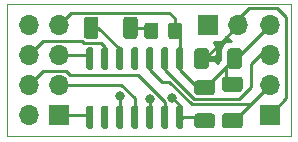
<source format=gbr>
G04 #@! TF.GenerationSoftware,KiCad,Pcbnew,(5.1.9)-1*
G04 #@! TF.CreationDate,2021-04-09T17:17:30+02:00*
G04 #@! TF.ProjectId,Token,546f6b65-6e2e-46b6-9963-61645f706362,rev?*
G04 #@! TF.SameCoordinates,Original*
G04 #@! TF.FileFunction,Copper,L1,Top*
G04 #@! TF.FilePolarity,Positive*
%FSLAX46Y46*%
G04 Gerber Fmt 4.6, Leading zero omitted, Abs format (unit mm)*
G04 Created by KiCad (PCBNEW (5.1.9)-1) date 2021-04-09 17:17:30*
%MOMM*%
%LPD*%
G01*
G04 APERTURE LIST*
G04 #@! TA.AperFunction,Profile*
%ADD10C,0.050000*%
G04 #@! TD*
G04 #@! TA.AperFunction,ComponentPad*
%ADD11O,1.700000X1.700000*%
G04 #@! TD*
G04 #@! TA.AperFunction,ComponentPad*
%ADD12R,1.700000X1.700000*%
G04 #@! TD*
G04 #@! TA.AperFunction,ViaPad*
%ADD13C,0.800000*%
G04 #@! TD*
G04 #@! TA.AperFunction,Conductor*
%ADD14C,0.250000*%
G04 #@! TD*
G04 #@! TA.AperFunction,Conductor*
%ADD15C,0.254000*%
G04 #@! TD*
G04 #@! TA.AperFunction,Conductor*
%ADD16C,0.100000*%
G04 #@! TD*
G04 APERTURE END LIST*
D10*
X161988500Y-47688500D02*
X158115000Y-47688500D01*
X161988500Y-36512500D02*
X161988500Y-47688500D01*
X158115000Y-36512500D02*
X161988500Y-36512500D01*
X137985500Y-36512500D02*
X138049000Y-36512500D01*
X137985500Y-47688500D02*
X137985500Y-36512500D01*
X158115000Y-47688500D02*
X137985500Y-47688500D01*
X138049000Y-36512500D02*
X158115000Y-36512500D01*
G04 #@! TO.P,C1,1*
G04 #@! TO.N,VCC*
G04 #@! TA.AperFunction,SMDPad,CuDef*
G36*
G01*
X157857000Y-40523000D02*
X157857000Y-41773000D01*
G75*
G02*
X157607000Y-42023000I-250000J0D01*
G01*
X156857000Y-42023000D01*
G75*
G02*
X156607000Y-41773000I0J250000D01*
G01*
X156607000Y-40523000D01*
G75*
G02*
X156857000Y-40273000I250000J0D01*
G01*
X157607000Y-40273000D01*
G75*
G02*
X157857000Y-40523000I0J-250000D01*
G01*
G37*
G04 #@! TD.AperFunction*
G04 #@! TO.P,C1,2*
G04 #@! TO.N,GND*
G04 #@! TA.AperFunction,SMDPad,CuDef*
G36*
G01*
X155057000Y-40523000D02*
X155057000Y-41773000D01*
G75*
G02*
X154807000Y-42023000I-250000J0D01*
G01*
X154057000Y-42023000D01*
G75*
G02*
X153807000Y-41773000I0J250000D01*
G01*
X153807000Y-40523000D01*
G75*
G02*
X154057000Y-40273000I250000J0D01*
G01*
X154807000Y-40273000D01*
G75*
G02*
X155057000Y-40523000I0J-250000D01*
G01*
G37*
G04 #@! TD.AperFunction*
G04 #@! TD*
G04 #@! TO.P,C2,1*
G04 #@! TO.N,VCC*
G04 #@! TA.AperFunction,SMDPad,CuDef*
G36*
G01*
X154061000Y-42993500D02*
X155311000Y-42993500D01*
G75*
G02*
X155561000Y-43243500I0J-250000D01*
G01*
X155561000Y-43993500D01*
G75*
G02*
X155311000Y-44243500I-250000J0D01*
G01*
X154061000Y-44243500D01*
G75*
G02*
X153811000Y-43993500I0J250000D01*
G01*
X153811000Y-43243500D01*
G75*
G02*
X154061000Y-42993500I250000J0D01*
G01*
G37*
G04 #@! TD.AperFunction*
G04 #@! TO.P,C2,2*
G04 #@! TO.N,GND*
G04 #@! TA.AperFunction,SMDPad,CuDef*
G36*
G01*
X154061000Y-45793500D02*
X155311000Y-45793500D01*
G75*
G02*
X155561000Y-46043500I0J-250000D01*
G01*
X155561000Y-46793500D01*
G75*
G02*
X155311000Y-47043500I-250000J0D01*
G01*
X154061000Y-47043500D01*
G75*
G02*
X153811000Y-46793500I0J250000D01*
G01*
X153811000Y-46043500D01*
G75*
G02*
X154061000Y-45793500I250000J0D01*
G01*
G37*
G04 #@! TD.AperFunction*
G04 #@! TD*
G04 #@! TO.P,D1,1*
G04 #@! TO.N,Net-(D1-Pad1)*
G04 #@! TA.AperFunction,SMDPad,CuDef*
G36*
G01*
X144462000Y-39244500D02*
X144462000Y-37844500D01*
G75*
G02*
X144712000Y-37594500I250000J0D01*
G01*
X145437000Y-37594500D01*
G75*
G02*
X145687000Y-37844500I0J-250000D01*
G01*
X145687000Y-39244500D01*
G75*
G02*
X145437000Y-39494500I-250000J0D01*
G01*
X144712000Y-39494500D01*
G75*
G02*
X144462000Y-39244500I0J250000D01*
G01*
G37*
G04 #@! TD.AperFunction*
G04 #@! TO.P,D1,2*
G04 #@! TO.N,Net-(D1-Pad2)*
G04 #@! TA.AperFunction,SMDPad,CuDef*
G36*
G01*
X147787000Y-39244500D02*
X147787000Y-37844500D01*
G75*
G02*
X148037000Y-37594500I250000J0D01*
G01*
X148762000Y-37594500D01*
G75*
G02*
X149012000Y-37844500I0J-250000D01*
G01*
X149012000Y-39244500D01*
G75*
G02*
X148762000Y-39494500I-250000J0D01*
G01*
X148037000Y-39494500D01*
G75*
G02*
X147787000Y-39244500I0J250000D01*
G01*
G37*
G04 #@! TD.AperFunction*
G04 #@! TD*
D11*
G04 #@! TO.P,J2,4*
G04 #@! TO.N,VCC*
X160210500Y-38290500D03*
G04 #@! TO.P,J2,3*
G04 #@! TO.N,DATA_TOP_CLK*
X160210500Y-40830500D03*
G04 #@! TO.P,J2,2*
G04 #@! TO.N,DATA_TOP*
X160210500Y-43370500D03*
D12*
G04 #@! TO.P,J2,1*
G04 #@! TO.N,GND*
X160210500Y-45910500D03*
G04 #@! TD*
G04 #@! TO.P,R2,1*
G04 #@! TO.N,DATA_TOP*
G04 #@! TA.AperFunction,SMDPad,CuDef*
G36*
G01*
X157660500Y-47068500D02*
X156410500Y-47068500D01*
G75*
G02*
X156160500Y-46818500I0J250000D01*
G01*
X156160500Y-46018500D01*
G75*
G02*
X156410500Y-45768500I250000J0D01*
G01*
X157660500Y-45768500D01*
G75*
G02*
X157910500Y-46018500I0J-250000D01*
G01*
X157910500Y-46818500D01*
G75*
G02*
X157660500Y-47068500I-250000J0D01*
G01*
G37*
G04 #@! TD.AperFunction*
G04 #@! TO.P,R2,2*
G04 #@! TO.N,VCC*
G04 #@! TA.AperFunction,SMDPad,CuDef*
G36*
G01*
X157660500Y-43968500D02*
X156410500Y-43968500D01*
G75*
G02*
X156160500Y-43718500I0J250000D01*
G01*
X156160500Y-42918500D01*
G75*
G02*
X156410500Y-42668500I250000J0D01*
G01*
X157660500Y-42668500D01*
G75*
G02*
X157910500Y-42918500I0J-250000D01*
G01*
X157910500Y-43718500D01*
G75*
G02*
X157660500Y-43968500I-250000J0D01*
G01*
G37*
G04 #@! TD.AperFunction*
G04 #@! TD*
G04 #@! TO.P,J4,1*
G04 #@! TO.N,IRQ*
X142367000Y-45910500D03*
D11*
G04 #@! TO.P,J4,2*
G04 #@! TO.N,MISO*
X139827000Y-45910500D03*
G04 #@! TO.P,J4,3*
G04 #@! TO.N,DATA_BOTTOM*
X142367000Y-43370500D03*
G04 #@! TO.P,J4,4*
G04 #@! TO.N,DATA_BOTTOM_CLK*
X139827000Y-43370500D03*
G04 #@! TO.P,J4,5*
G04 #@! TO.N,CSN*
X142367000Y-40830500D03*
G04 #@! TO.P,J4,6*
G04 #@! TO.N,CE*
X139827000Y-40830500D03*
G04 #@! TO.P,J4,7*
G04 #@! TO.N,VCC*
X142367000Y-38290500D03*
G04 #@! TO.P,J4,8*
G04 #@! TO.N,GND*
X139827000Y-38290500D03*
G04 #@! TD*
G04 #@! TO.P,U1,1*
G04 #@! TO.N,VCC*
G04 #@! TA.AperFunction,SMDPad,CuDef*
G36*
G01*
X152440500Y-40176000D02*
X152740500Y-40176000D01*
G75*
G02*
X152890500Y-40326000I0J-150000D01*
G01*
X152890500Y-41976000D01*
G75*
G02*
X152740500Y-42126000I-150000J0D01*
G01*
X152440500Y-42126000D01*
G75*
G02*
X152290500Y-41976000I0J150000D01*
G01*
X152290500Y-40326000D01*
G75*
G02*
X152440500Y-40176000I150000J0D01*
G01*
G37*
G04 #@! TD.AperFunction*
G04 #@! TO.P,U1,2*
G04 #@! TO.N,DATA_TOP_CLK*
G04 #@! TA.AperFunction,SMDPad,CuDef*
G36*
G01*
X151170500Y-40176000D02*
X151470500Y-40176000D01*
G75*
G02*
X151620500Y-40326000I0J-150000D01*
G01*
X151620500Y-41976000D01*
G75*
G02*
X151470500Y-42126000I-150000J0D01*
G01*
X151170500Y-42126000D01*
G75*
G02*
X151020500Y-41976000I0J150000D01*
G01*
X151020500Y-40326000D01*
G75*
G02*
X151170500Y-40176000I150000J0D01*
G01*
G37*
G04 #@! TD.AperFunction*
G04 #@! TO.P,U1,3*
G04 #@! TO.N,DATA_TOP*
G04 #@! TA.AperFunction,SMDPad,CuDef*
G36*
G01*
X149900500Y-40176000D02*
X150200500Y-40176000D01*
G75*
G02*
X150350500Y-40326000I0J-150000D01*
G01*
X150350500Y-41976000D01*
G75*
G02*
X150200500Y-42126000I-150000J0D01*
G01*
X149900500Y-42126000D01*
G75*
G02*
X149750500Y-41976000I0J150000D01*
G01*
X149750500Y-40326000D01*
G75*
G02*
X149900500Y-40176000I150000J0D01*
G01*
G37*
G04 #@! TD.AperFunction*
G04 #@! TO.P,U1,4*
G04 #@! TO.N,Net-(U1-Pad4)*
G04 #@! TA.AperFunction,SMDPad,CuDef*
G36*
G01*
X148630500Y-40176000D02*
X148930500Y-40176000D01*
G75*
G02*
X149080500Y-40326000I0J-150000D01*
G01*
X149080500Y-41976000D01*
G75*
G02*
X148930500Y-42126000I-150000J0D01*
G01*
X148630500Y-42126000D01*
G75*
G02*
X148480500Y-41976000I0J150000D01*
G01*
X148480500Y-40326000D01*
G75*
G02*
X148630500Y-40176000I150000J0D01*
G01*
G37*
G04 #@! TD.AperFunction*
G04 #@! TO.P,U1,5*
G04 #@! TO.N,Net-(D1-Pad1)*
G04 #@! TA.AperFunction,SMDPad,CuDef*
G36*
G01*
X147360500Y-40176000D02*
X147660500Y-40176000D01*
G75*
G02*
X147810500Y-40326000I0J-150000D01*
G01*
X147810500Y-41976000D01*
G75*
G02*
X147660500Y-42126000I-150000J0D01*
G01*
X147360500Y-42126000D01*
G75*
G02*
X147210500Y-41976000I0J150000D01*
G01*
X147210500Y-40326000D01*
G75*
G02*
X147360500Y-40176000I150000J0D01*
G01*
G37*
G04 #@! TD.AperFunction*
G04 #@! TO.P,U1,6*
G04 #@! TO.N,CE*
G04 #@! TA.AperFunction,SMDPad,CuDef*
G36*
G01*
X146090500Y-40176000D02*
X146390500Y-40176000D01*
G75*
G02*
X146540500Y-40326000I0J-150000D01*
G01*
X146540500Y-41976000D01*
G75*
G02*
X146390500Y-42126000I-150000J0D01*
G01*
X146090500Y-42126000D01*
G75*
G02*
X145940500Y-41976000I0J150000D01*
G01*
X145940500Y-40326000D01*
G75*
G02*
X146090500Y-40176000I150000J0D01*
G01*
G37*
G04 #@! TD.AperFunction*
G04 #@! TO.P,U1,7*
G04 #@! TO.N,CSN*
G04 #@! TA.AperFunction,SMDPad,CuDef*
G36*
G01*
X144820500Y-40176000D02*
X145120500Y-40176000D01*
G75*
G02*
X145270500Y-40326000I0J-150000D01*
G01*
X145270500Y-41976000D01*
G75*
G02*
X145120500Y-42126000I-150000J0D01*
G01*
X144820500Y-42126000D01*
G75*
G02*
X144670500Y-41976000I0J150000D01*
G01*
X144670500Y-40326000D01*
G75*
G02*
X144820500Y-40176000I150000J0D01*
G01*
G37*
G04 #@! TD.AperFunction*
G04 #@! TO.P,U1,8*
G04 #@! TO.N,IRQ*
G04 #@! TA.AperFunction,SMDPad,CuDef*
G36*
G01*
X144820500Y-45126000D02*
X145120500Y-45126000D01*
G75*
G02*
X145270500Y-45276000I0J-150000D01*
G01*
X145270500Y-46926000D01*
G75*
G02*
X145120500Y-47076000I-150000J0D01*
G01*
X144820500Y-47076000D01*
G75*
G02*
X144670500Y-46926000I0J150000D01*
G01*
X144670500Y-45276000D01*
G75*
G02*
X144820500Y-45126000I150000J0D01*
G01*
G37*
G04 #@! TD.AperFunction*
G04 #@! TO.P,U1,9*
G04 #@! TO.N,Net-(U1-Pad9)*
G04 #@! TA.AperFunction,SMDPad,CuDef*
G36*
G01*
X146090500Y-45126000D02*
X146390500Y-45126000D01*
G75*
G02*
X146540500Y-45276000I0J-150000D01*
G01*
X146540500Y-46926000D01*
G75*
G02*
X146390500Y-47076000I-150000J0D01*
G01*
X146090500Y-47076000D01*
G75*
G02*
X145940500Y-46926000I0J150000D01*
G01*
X145940500Y-45276000D01*
G75*
G02*
X146090500Y-45126000I150000J0D01*
G01*
G37*
G04 #@! TD.AperFunction*
G04 #@! TO.P,U1,10*
G04 #@! TO.N,UPDI*
G04 #@! TA.AperFunction,SMDPad,CuDef*
G36*
G01*
X147360500Y-45126000D02*
X147660500Y-45126000D01*
G75*
G02*
X147810500Y-45276000I0J-150000D01*
G01*
X147810500Y-46926000D01*
G75*
G02*
X147660500Y-47076000I-150000J0D01*
G01*
X147360500Y-47076000D01*
G75*
G02*
X147210500Y-46926000I0J150000D01*
G01*
X147210500Y-45276000D01*
G75*
G02*
X147360500Y-45126000I150000J0D01*
G01*
G37*
G04 #@! TD.AperFunction*
G04 #@! TO.P,U1,11*
G04 #@! TO.N,DATA_BOTTOM*
G04 #@! TA.AperFunction,SMDPad,CuDef*
G36*
G01*
X148630500Y-45126000D02*
X148930500Y-45126000D01*
G75*
G02*
X149080500Y-45276000I0J-150000D01*
G01*
X149080500Y-46926000D01*
G75*
G02*
X148930500Y-47076000I-150000J0D01*
G01*
X148630500Y-47076000D01*
G75*
G02*
X148480500Y-46926000I0J150000D01*
G01*
X148480500Y-45276000D01*
G75*
G02*
X148630500Y-45126000I150000J0D01*
G01*
G37*
G04 #@! TD.AperFunction*
G04 #@! TO.P,U1,12*
G04 #@! TO.N,MISO*
G04 #@! TA.AperFunction,SMDPad,CuDef*
G36*
G01*
X149900500Y-45126000D02*
X150200500Y-45126000D01*
G75*
G02*
X150350500Y-45276000I0J-150000D01*
G01*
X150350500Y-46926000D01*
G75*
G02*
X150200500Y-47076000I-150000J0D01*
G01*
X149900500Y-47076000D01*
G75*
G02*
X149750500Y-46926000I0J150000D01*
G01*
X149750500Y-45276000D01*
G75*
G02*
X149900500Y-45126000I150000J0D01*
G01*
G37*
G04 #@! TD.AperFunction*
G04 #@! TO.P,U1,13*
G04 #@! TO.N,DATA_BOTTOM_CLK*
G04 #@! TA.AperFunction,SMDPad,CuDef*
G36*
G01*
X151170500Y-45126000D02*
X151470500Y-45126000D01*
G75*
G02*
X151620500Y-45276000I0J-150000D01*
G01*
X151620500Y-46926000D01*
G75*
G02*
X151470500Y-47076000I-150000J0D01*
G01*
X151170500Y-47076000D01*
G75*
G02*
X151020500Y-46926000I0J150000D01*
G01*
X151020500Y-45276000D01*
G75*
G02*
X151170500Y-45126000I150000J0D01*
G01*
G37*
G04 #@! TD.AperFunction*
G04 #@! TO.P,U1,14*
G04 #@! TO.N,GND*
G04 #@! TA.AperFunction,SMDPad,CuDef*
G36*
G01*
X152440500Y-45126000D02*
X152740500Y-45126000D01*
G75*
G02*
X152890500Y-45276000I0J-150000D01*
G01*
X152890500Y-46926000D01*
G75*
G02*
X152740500Y-47076000I-150000J0D01*
G01*
X152440500Y-47076000D01*
G75*
G02*
X152290500Y-46926000I0J150000D01*
G01*
X152290500Y-45276000D01*
G75*
G02*
X152440500Y-45126000I150000J0D01*
G01*
G37*
G04 #@! TD.AperFunction*
G04 #@! TD*
D12*
G04 #@! TO.P,J1,1*
G04 #@! TO.N,UPDI*
X155003500Y-38290500D03*
D11*
G04 #@! TO.P,J1,2*
G04 #@! TO.N,GND*
X157543500Y-38290500D03*
G04 #@! TD*
G04 #@! TO.P,R1,1*
G04 #@! TO.N,Net-(D1-Pad2)*
G04 #@! TA.AperFunction,SMDPad,CuDef*
G36*
G01*
X149577500Y-39248501D02*
X149577500Y-38348499D01*
G75*
G02*
X149827499Y-38098500I249999J0D01*
G01*
X150527501Y-38098500D01*
G75*
G02*
X150777500Y-38348499I0J-249999D01*
G01*
X150777500Y-39248501D01*
G75*
G02*
X150527501Y-39498500I-249999J0D01*
G01*
X149827499Y-39498500D01*
G75*
G02*
X149577500Y-39248501I0J249999D01*
G01*
G37*
G04 #@! TD.AperFunction*
G04 #@! TO.P,R1,2*
G04 #@! TO.N,VCC*
G04 #@! TA.AperFunction,SMDPad,CuDef*
G36*
G01*
X151577500Y-39248501D02*
X151577500Y-38348499D01*
G75*
G02*
X151827499Y-38098500I249999J0D01*
G01*
X152527501Y-38098500D01*
G75*
G02*
X152777500Y-38348499I0J-249999D01*
G01*
X152777500Y-39248501D01*
G75*
G02*
X152527501Y-39498500I-249999J0D01*
G01*
X151827499Y-39498500D01*
G75*
G02*
X151577500Y-39248501I0J249999D01*
G01*
G37*
G04 #@! TD.AperFunction*
G04 #@! TD*
D13*
G04 #@! TO.N,MISO*
X150045847Y-44581653D03*
G04 #@! TO.N,GND*
X151955500Y-44450000D03*
G04 #@! TO.N,UPDI*
X147510500Y-44323000D03*
G04 #@! TD*
D14*
G04 #@! TO.N,Net-(D1-Pad2)*
X149923500Y-38544500D02*
X150177500Y-38798500D01*
X148399500Y-38544500D02*
X149923500Y-38544500D01*
G04 #@! TO.N,VCC*
X157232000Y-41148000D02*
X157156500Y-41148000D01*
X156461000Y-42744000D02*
X157035500Y-43318500D01*
X156461000Y-41843500D02*
X156461000Y-42744000D01*
X157156500Y-41148000D02*
X156461000Y-41843500D01*
X156461000Y-41843500D02*
X154686000Y-43618500D01*
X159956500Y-38544500D02*
X160210500Y-38290500D01*
X157353000Y-41148000D02*
X160210500Y-38290500D01*
X157232000Y-41148000D02*
X157353000Y-41148000D01*
X152177500Y-38798500D02*
X152273000Y-38798500D01*
X152590500Y-39116000D02*
X152590500Y-41151000D01*
X152273000Y-38798500D02*
X152590500Y-39116000D01*
X143388010Y-37269490D02*
X151696490Y-37269490D01*
X142367000Y-38290500D02*
X143388010Y-37269490D01*
X152177500Y-37750500D02*
X152177500Y-38798500D01*
X151696490Y-37269490D02*
X152177500Y-37750500D01*
X154686000Y-43618500D02*
X154108500Y-43618500D01*
X152590500Y-42100500D02*
X152590500Y-41151000D01*
X154108500Y-43618500D02*
X152590500Y-42100500D01*
G04 #@! TO.N,IRQ*
X144780000Y-45910500D02*
X144970500Y-46101000D01*
X142367000Y-45910500D02*
X144780000Y-45910500D01*
G04 #@! TO.N,CSN*
X144650000Y-40830500D02*
X144970500Y-41151000D01*
X142367000Y-40830500D02*
X144650000Y-40830500D01*
G04 #@! TO.N,CE*
X146240500Y-40176000D02*
X146240500Y-41151000D01*
X145915490Y-39850990D02*
X146240500Y-40176000D01*
X144505300Y-39850990D02*
X145915490Y-39850990D01*
X144309809Y-39655499D02*
X144505300Y-39850990D01*
X141002001Y-39655499D02*
X144309809Y-39655499D01*
X139827000Y-40830500D02*
X141002001Y-39655499D01*
G04 #@! TO.N,DATA_BOTTOM_CLK*
X151320500Y-44831000D02*
X151320500Y-46101000D01*
X149053999Y-42564499D02*
X151320500Y-44831000D01*
X143300001Y-42564499D02*
X149053999Y-42564499D01*
X142931001Y-42195499D02*
X143300001Y-42564499D01*
X141002001Y-42195499D02*
X142931001Y-42195499D01*
X139827000Y-43370500D02*
X141002001Y-42195499D01*
G04 #@! TO.N,DATA_BOTTOM*
X148780500Y-44513500D02*
X148780500Y-46101000D01*
X147637500Y-43370500D02*
X148780500Y-44513500D01*
X142367000Y-43370500D02*
X147637500Y-43370500D01*
G04 #@! TO.N,DATA_TOP_CLK*
X157623680Y-44568510D02*
X158623000Y-43569190D01*
X153763010Y-44568510D02*
X157623680Y-44568510D01*
X151320500Y-42126000D02*
X153763010Y-44568510D01*
X151320500Y-41151000D02*
X151320500Y-42126000D01*
X158623000Y-43569190D02*
X158623000Y-41592500D01*
X159385000Y-40830500D02*
X160210500Y-40830500D01*
X158623000Y-41592500D02*
X159385000Y-40830500D01*
G04 #@! TO.N,DATA_TOP*
X157162500Y-46418500D02*
X157035500Y-46418500D01*
X151041000Y-43116500D02*
X151674590Y-43116500D01*
X150050500Y-42126000D02*
X151041000Y-43116500D01*
X150050500Y-41151000D02*
X150050500Y-42126000D01*
X151674590Y-43116500D02*
X153576610Y-45018520D01*
X158562480Y-45018520D02*
X158591250Y-44989750D01*
X153576610Y-45018520D02*
X158562480Y-45018520D01*
X158591250Y-44989750D02*
X157162500Y-46418500D01*
X160210500Y-43370500D02*
X158591250Y-44989750D01*
G04 #@! TO.N,MISO*
X150050500Y-44586306D02*
X150045847Y-44581653D01*
X150050500Y-46101000D02*
X150050500Y-44586306D01*
G04 #@! TO.N,GND*
X154368500Y-46101000D02*
X154686000Y-46418500D01*
X152590500Y-46101000D02*
X154368500Y-46101000D01*
X152590500Y-45085000D02*
X151955500Y-44450000D01*
X152590500Y-46101000D02*
X152590500Y-45085000D01*
X154686000Y-41148000D02*
X157543500Y-38290500D01*
X154432000Y-41148000D02*
X154686000Y-41148000D01*
X160210500Y-45910500D02*
X161607500Y-44513500D01*
X161607500Y-44513500D02*
X161607500Y-37655500D01*
X161607500Y-37655500D02*
X160845500Y-36893500D01*
X160845500Y-36893500D02*
X158432500Y-36893500D01*
X157543500Y-37782500D02*
X157543500Y-38290500D01*
X158432500Y-36893500D02*
X157543500Y-37782500D01*
G04 #@! TO.N,Net-(D1-Pad1)*
X147510500Y-40368000D02*
X147510500Y-41151000D01*
X145687000Y-38544500D02*
X147510500Y-40368000D01*
X145074500Y-38544500D02*
X145687000Y-38544500D01*
G04 #@! TO.N,UPDI*
X147510500Y-46101000D02*
X147510500Y-44323000D01*
G04 #@! TD*
D15*
G04 #@! TO.N,GND*
X154813000Y-46291500D02*
X154833000Y-46291500D01*
X154833000Y-46545500D01*
X154813000Y-46545500D01*
X154813000Y-46565500D01*
X154559000Y-46565500D01*
X154559000Y-46545500D01*
X154539000Y-46545500D01*
X154539000Y-46291500D01*
X154559000Y-46291500D01*
X154559000Y-46271500D01*
X154813000Y-46271500D01*
X154813000Y-46291500D01*
G04 #@! TA.AperFunction,Conductor*
D16*
G36*
X154813000Y-46291500D02*
G01*
X154833000Y-46291500D01*
X154833000Y-46545500D01*
X154813000Y-46545500D01*
X154813000Y-46565500D01*
X154559000Y-46565500D01*
X154559000Y-46545500D01*
X154539000Y-46545500D01*
X154539000Y-46291500D01*
X154559000Y-46291500D01*
X154559000Y-46271500D01*
X154813000Y-46271500D01*
X154813000Y-46291500D01*
G37*
G04 #@! TD.AperFunction*
D15*
X152717500Y-45974000D02*
X152737500Y-45974000D01*
X152737500Y-46228000D01*
X152717500Y-46228000D01*
X152717500Y-46248000D01*
X152463500Y-46248000D01*
X152463500Y-46228000D01*
X152443500Y-46228000D01*
X152443500Y-45974000D01*
X152463500Y-45974000D01*
X152463500Y-45954000D01*
X152717500Y-45954000D01*
X152717500Y-45974000D01*
G04 #@! TA.AperFunction,Conductor*
D16*
G36*
X152717500Y-45974000D02*
G01*
X152737500Y-45974000D01*
X152737500Y-46228000D01*
X152717500Y-46228000D01*
X152717500Y-46248000D01*
X152463500Y-46248000D01*
X152463500Y-46228000D01*
X152443500Y-46228000D01*
X152443500Y-45974000D01*
X152463500Y-45974000D01*
X152463500Y-45954000D01*
X152717500Y-45954000D01*
X152717500Y-45974000D01*
G37*
G04 #@! TD.AperFunction*
D15*
X160337500Y-45783500D02*
X160357500Y-45783500D01*
X160357500Y-46037500D01*
X160337500Y-46037500D01*
X160337500Y-46057500D01*
X160083500Y-46057500D01*
X160083500Y-46037500D01*
X160063500Y-46037500D01*
X160063500Y-45783500D01*
X160083500Y-45783500D01*
X160083500Y-45763500D01*
X160337500Y-45763500D01*
X160337500Y-45783500D01*
G04 #@! TA.AperFunction,Conductor*
D16*
G36*
X160337500Y-45783500D02*
G01*
X160357500Y-45783500D01*
X160357500Y-46037500D01*
X160337500Y-46037500D01*
X160337500Y-46057500D01*
X160083500Y-46057500D01*
X160083500Y-46037500D01*
X160063500Y-46037500D01*
X160063500Y-45783500D01*
X160083500Y-45783500D01*
X160083500Y-45763500D01*
X160337500Y-45763500D01*
X160337500Y-45783500D01*
G37*
G04 #@! TD.AperFunction*
D15*
X152029029Y-44545741D02*
X152028286Y-44546138D01*
X152027790Y-44544502D01*
X152029029Y-44545741D01*
G04 #@! TA.AperFunction,Conductor*
D16*
G36*
X152029029Y-44545741D02*
G01*
X152028286Y-44546138D01*
X152027790Y-44544502D01*
X152029029Y-44545741D01*
G37*
G04 #@! TD.AperFunction*
D15*
X156543231Y-39388088D02*
X156776580Y-39562141D01*
X156929395Y-39634928D01*
X156857000Y-39634928D01*
X156683746Y-39651992D01*
X156517150Y-39702528D01*
X156363614Y-39784595D01*
X156229038Y-39895038D01*
X156118595Y-40029614D01*
X156036528Y-40183150D01*
X155985992Y-40349746D01*
X155968928Y-40523000D01*
X155968928Y-41260771D01*
X155950002Y-41279697D01*
X155920999Y-41303499D01*
X155897202Y-41332496D01*
X155692539Y-41537159D01*
X155692000Y-41433750D01*
X155533250Y-41275000D01*
X154559000Y-41275000D01*
X154559000Y-41295000D01*
X154305000Y-41295000D01*
X154305000Y-41275000D01*
X154285000Y-41275000D01*
X154285000Y-41021000D01*
X154305000Y-41021000D01*
X154305000Y-41001000D01*
X154559000Y-41001000D01*
X154559000Y-41021000D01*
X155533250Y-41021000D01*
X155692000Y-40862250D01*
X155695072Y-40273000D01*
X155682812Y-40148518D01*
X155646502Y-40028820D01*
X155587537Y-39918506D01*
X155508185Y-39821815D01*
X155455493Y-39778572D01*
X155853500Y-39778572D01*
X155977982Y-39766312D01*
X156097680Y-39730002D01*
X156207994Y-39671037D01*
X156304685Y-39591685D01*
X156384037Y-39494994D01*
X156443002Y-39384680D01*
X156467466Y-39304034D01*
X156543231Y-39388088D01*
G04 #@! TA.AperFunction,Conductor*
D16*
G36*
X156543231Y-39388088D02*
G01*
X156776580Y-39562141D01*
X156929395Y-39634928D01*
X156857000Y-39634928D01*
X156683746Y-39651992D01*
X156517150Y-39702528D01*
X156363614Y-39784595D01*
X156229038Y-39895038D01*
X156118595Y-40029614D01*
X156036528Y-40183150D01*
X155985992Y-40349746D01*
X155968928Y-40523000D01*
X155968928Y-41260771D01*
X155950002Y-41279697D01*
X155920999Y-41303499D01*
X155897202Y-41332496D01*
X155692539Y-41537159D01*
X155692000Y-41433750D01*
X155533250Y-41275000D01*
X154559000Y-41275000D01*
X154559000Y-41295000D01*
X154305000Y-41295000D01*
X154305000Y-41275000D01*
X154285000Y-41275000D01*
X154285000Y-41021000D01*
X154305000Y-41021000D01*
X154305000Y-41001000D01*
X154559000Y-41001000D01*
X154559000Y-41021000D01*
X155533250Y-41021000D01*
X155692000Y-40862250D01*
X155695072Y-40273000D01*
X155682812Y-40148518D01*
X155646502Y-40028820D01*
X155587537Y-39918506D01*
X155508185Y-39821815D01*
X155455493Y-39778572D01*
X155853500Y-39778572D01*
X155977982Y-39766312D01*
X156097680Y-39730002D01*
X156207994Y-39671037D01*
X156304685Y-39591685D01*
X156384037Y-39494994D01*
X156443002Y-39384680D01*
X156467466Y-39304034D01*
X156543231Y-39388088D01*
G37*
G04 #@! TD.AperFunction*
D15*
X157670500Y-38163500D02*
X157690500Y-38163500D01*
X157690500Y-38417500D01*
X157670500Y-38417500D01*
X157670500Y-38437500D01*
X157416500Y-38437500D01*
X157416500Y-38417500D01*
X157396500Y-38417500D01*
X157396500Y-38163500D01*
X157416500Y-38163500D01*
X157416500Y-38143500D01*
X157670500Y-38143500D01*
X157670500Y-38163500D01*
G04 #@! TA.AperFunction,Conductor*
D16*
G36*
X157670500Y-38163500D02*
G01*
X157690500Y-38163500D01*
X157690500Y-38417500D01*
X157670500Y-38417500D01*
X157670500Y-38437500D01*
X157416500Y-38437500D01*
X157416500Y-38417500D01*
X157396500Y-38417500D01*
X157396500Y-38163500D01*
X157416500Y-38163500D01*
X157416500Y-38143500D01*
X157670500Y-38143500D01*
X157670500Y-38163500D01*
G37*
G04 #@! TD.AperFunction*
D15*
X139954000Y-38163500D02*
X139974000Y-38163500D01*
X139974000Y-38417500D01*
X139954000Y-38417500D01*
X139954000Y-38437500D01*
X139700000Y-38437500D01*
X139700000Y-38417500D01*
X139680000Y-38417500D01*
X139680000Y-38163500D01*
X139700000Y-38163500D01*
X139700000Y-38143500D01*
X139954000Y-38143500D01*
X139954000Y-38163500D01*
G04 #@! TA.AperFunction,Conductor*
D16*
G36*
X139954000Y-38163500D02*
G01*
X139974000Y-38163500D01*
X139974000Y-38417500D01*
X139954000Y-38417500D01*
X139954000Y-38437500D01*
X139700000Y-38437500D01*
X139700000Y-38417500D01*
X139680000Y-38417500D01*
X139680000Y-38163500D01*
X139700000Y-38163500D01*
X139700000Y-38143500D01*
X139954000Y-38143500D01*
X139954000Y-38163500D01*
G37*
G04 #@! TD.AperFunction*
G04 #@! TD*
M02*

</source>
